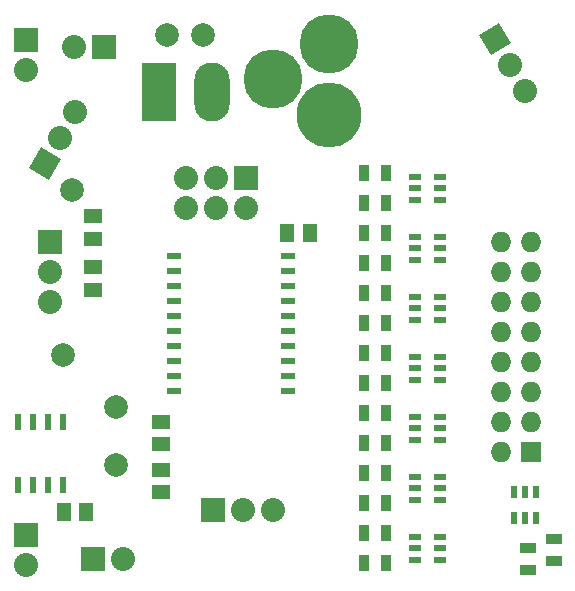
<source format=gts>
%FSLAX46Y46*%
G04 Gerber Fmt 4.6, Leading zero omitted, Abs format (unit mm)*
G04 Created by KiCad (PCBNEW (2014-jan-25)-product) date Mon 28 Jul 2014 16:57:34 BST*
%MOMM*%
G01*
G04 APERTURE LIST*
%ADD10C,0.100000*%
%ADD11R,2.032000X2.032000*%
%ADD12C,2.032000*%
%ADD13C,2.000000*%
%ADD14R,1.498600X1.300480*%
%ADD15R,1.300480X1.498600*%
%ADD16C,5.500000*%
%ADD17C,5.000000*%
%ADD18R,1.270000X0.508000*%
%ADD19R,3.000000X5.000000*%
%ADD20O,3.000000X5.000000*%
%ADD21R,0.500000X1.000000*%
%ADD22R,1.000000X0.500000*%
%ADD23R,1.397000X0.889000*%
%ADD24R,0.889000X1.397000*%
%ADD25R,0.599440X1.399540*%
%ADD26O,2.032000X2.032000*%
%ADD27R,1.727200X1.727200*%
%ADD28O,1.727200X1.727200*%
G04 APERTURE END LIST*
D10*
D11*
X122047000Y-114554000D03*
D12*
X122047000Y-117094000D03*
X119507000Y-114554000D03*
X119507000Y-117094000D03*
X116967000Y-114554000D03*
X116967000Y-117094000D03*
X105410000Y-125095000D03*
X105410000Y-122555000D03*
D11*
X105410000Y-120015000D03*
D13*
X110998000Y-133957060D03*
X110998000Y-138838940D03*
D11*
X119244000Y-142644000D03*
D12*
X121784000Y-142644000D03*
X124324000Y-142644000D03*
D10*
G36*
X141732118Y-102428413D02*
X143491882Y-101412413D01*
X144507882Y-103172177D01*
X142748118Y-104188177D01*
X141732118Y-102428413D01*
X141732118Y-102428413D01*
G37*
D12*
X144390000Y-105000000D03*
X145660000Y-107199705D03*
D10*
G36*
X105391882Y-114735587D02*
X103632118Y-113719587D01*
X104648118Y-111959823D01*
X106407882Y-112975823D01*
X105391882Y-114735587D01*
X105391882Y-114735587D01*
G37*
D12*
X106290000Y-111148000D03*
X107560000Y-108948295D03*
D14*
X114808000Y-135191500D03*
X114808000Y-137096500D03*
X114808000Y-141160500D03*
X114808000Y-139255500D03*
X109093000Y-124015500D03*
X109093000Y-122110500D03*
D15*
X108521500Y-142875000D03*
X106616500Y-142875000D03*
D14*
X109093000Y-117792500D03*
X109093000Y-119697500D03*
D15*
X127444500Y-119253000D03*
X125539500Y-119253000D03*
D16*
X129032000Y-109197140D03*
D17*
X129032000Y-103197660D03*
X124333000Y-106197400D03*
D18*
X125603000Y-132588000D03*
X125603000Y-131318000D03*
X125603000Y-130048000D03*
X125603000Y-128778000D03*
X125603000Y-127508000D03*
X125603000Y-126238000D03*
X125603000Y-124968000D03*
X125603000Y-123698000D03*
X125603000Y-122428000D03*
X125603000Y-121158000D03*
X115951000Y-121158000D03*
X115951000Y-122428000D03*
X115951000Y-123698000D03*
X115951000Y-124968000D03*
X115951000Y-126238000D03*
X115951000Y-127508000D03*
X115951000Y-128778000D03*
X115951000Y-130048000D03*
X115951000Y-131318000D03*
X115951000Y-132588000D03*
D19*
X114681000Y-107315000D03*
D20*
X119126000Y-107315000D03*
D13*
X115316000Y-102489000D03*
X118364000Y-102489000D03*
D21*
X145669000Y-141165000D03*
X145669000Y-143315000D03*
X144719000Y-141165000D03*
X146619000Y-143315000D03*
X146619000Y-141165000D03*
X144719000Y-143315000D03*
D22*
X136339000Y-145923000D03*
X138489000Y-145923000D03*
X136339000Y-146873000D03*
X138489000Y-144973000D03*
X136339000Y-144973000D03*
X138489000Y-146873000D03*
X136339000Y-140843000D03*
X138489000Y-140843000D03*
X136339000Y-141793000D03*
X138489000Y-139893000D03*
X136339000Y-139893000D03*
X138489000Y-141793000D03*
X136339000Y-135763000D03*
X138489000Y-135763000D03*
X136339000Y-136713000D03*
X138489000Y-134813000D03*
X136339000Y-134813000D03*
X138489000Y-136713000D03*
X136339000Y-130683000D03*
X138489000Y-130683000D03*
X136339000Y-131633000D03*
X138489000Y-129733000D03*
X136339000Y-129733000D03*
X138489000Y-131633000D03*
X136339000Y-125603000D03*
X138489000Y-125603000D03*
X136339000Y-126553000D03*
X138489000Y-124653000D03*
X136339000Y-124653000D03*
X138489000Y-126553000D03*
X136339000Y-120523000D03*
X138489000Y-120523000D03*
X136339000Y-121473000D03*
X138489000Y-119573000D03*
X136339000Y-119573000D03*
X138489000Y-121473000D03*
X136339000Y-115443000D03*
X138489000Y-115443000D03*
X136339000Y-116393000D03*
X138489000Y-114493000D03*
X136339000Y-114493000D03*
X138489000Y-116393000D03*
D23*
X145923000Y-145859500D03*
X145923000Y-147764500D03*
D24*
X133921500Y-147193000D03*
X132016500Y-147193000D03*
X133921500Y-142113000D03*
X132016500Y-142113000D03*
X133921500Y-137033000D03*
X132016500Y-137033000D03*
X133921500Y-131953000D03*
X132016500Y-131953000D03*
X133921500Y-126873000D03*
X132016500Y-126873000D03*
X133921500Y-121793000D03*
X132016500Y-121793000D03*
X133921500Y-116713000D03*
X132016500Y-116713000D03*
D23*
X148082000Y-147002500D03*
X148082000Y-145097500D03*
D24*
X132016500Y-144653000D03*
X133921500Y-144653000D03*
X132016500Y-139573000D03*
X133921500Y-139573000D03*
X132016500Y-134493000D03*
X133921500Y-134493000D03*
X132016500Y-129413000D03*
X133921500Y-129413000D03*
X132016500Y-124333000D03*
X133921500Y-124333000D03*
X132016500Y-119253000D03*
X133921500Y-119253000D03*
X132016500Y-114173000D03*
X133921500Y-114173000D03*
D25*
X106553000Y-140589000D03*
X106553000Y-135255000D03*
X105283000Y-140589000D03*
X104013000Y-140589000D03*
X102743000Y-140589000D03*
X105283000Y-135255000D03*
X104013000Y-135255000D03*
X102743000Y-135255000D03*
D11*
X103378000Y-102870000D03*
D26*
X103378000Y-105410000D03*
D11*
X109982000Y-103505000D03*
D26*
X107442000Y-103505000D03*
D11*
X103378000Y-144780000D03*
D26*
X103378000Y-147320000D03*
D11*
X109093000Y-146812000D03*
D26*
X111633000Y-146812000D03*
D27*
X146177000Y-137795000D03*
D28*
X143637000Y-137795000D03*
X146177000Y-135255000D03*
X143637000Y-135255000D03*
X146177000Y-132715000D03*
X143637000Y-132715000D03*
X146177000Y-130175000D03*
X143637000Y-130175000D03*
X146177000Y-127635000D03*
X143637000Y-127635000D03*
X146177000Y-125095000D03*
X143637000Y-125095000D03*
X146177000Y-122555000D03*
X143637000Y-122555000D03*
X146177000Y-120015000D03*
X143637000Y-120015000D03*
D13*
X107315000Y-115570000D03*
X106553000Y-129540000D03*
M02*

</source>
